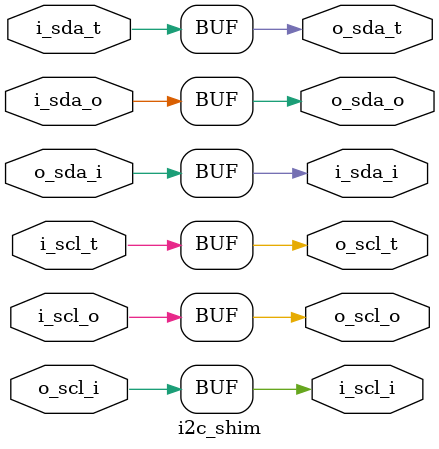
<source format=v>
module i2c_shim
(
    // Between the module and the shim
    input  i_scl_o,
    output i_scl_i,
    input  i_scl_t,

    input  i_sda_o,
    output i_sda_i,
    input  i_sda_t,

    // Between the shim and the IOBUF
    
    (* X_INTERFACE_INFO = "xilinx.com:interface:iic_rtl:1.0 IIC scl_o" *)
    output  o_scl_o,

    (* X_INTERFACE_INFO = "xilinx.com:interface:iic_rtl:1.0 IIC scl_i" *)
    input   o_scl_i,

    (* X_INTERFACE_INFO = "xilinx.com:interface:iic_rtl:1.0 IIC scl_t" *)   
    output  o_scl_t,

    (* X_INTERFACE_INFO = "xilinx.com:interface:iic_rtl:1.0 IIC sda_o" *)
    output o_sda_o,

    (* X_INTERFACE_INFO = "xilinx.com:interface:iic_rtl:1.0 IIC sda_i" *)
    input  o_sda_i,
  
    (* X_INTERFACE_INFO = "xilinx.com:interface:iic_rtl:1.0 IIC sda_t" *)  
    output o_sda_t
);


   

assign i_scl_i = o_scl_i;
assign i_sda_i = o_sda_i;
assign o_scl_o = i_scl_o;
assign o_scl_t = i_scl_t;
assign o_sda_o = i_sda_o;
assign o_sda_t = i_sda_t;

endmodule
</source>
